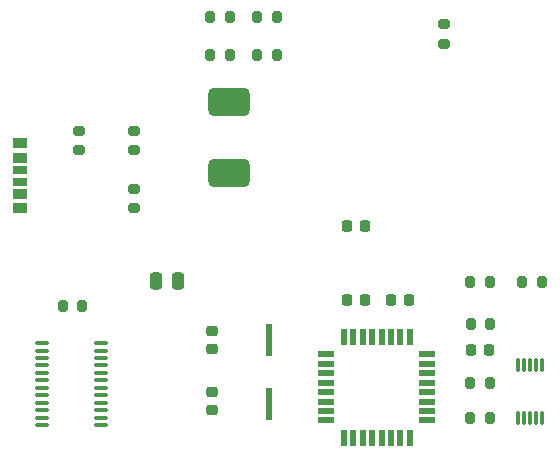
<source format=gbr>
G04 #@! TF.GenerationSoftware,KiCad,Pcbnew,9.0.4*
G04 #@! TF.CreationDate,2025-09-12T18:01:42+08:00*
G04 #@! TF.ProjectId,boost-convertor,626f6f73-742d-4636-9f6e-766572746f72,rev?*
G04 #@! TF.SameCoordinates,Original*
G04 #@! TF.FileFunction,Paste,Top*
G04 #@! TF.FilePolarity,Positive*
%FSLAX46Y46*%
G04 Gerber Fmt 4.6, Leading zero omitted, Abs format (unit mm)*
G04 Created by KiCad (PCBNEW 9.0.4) date 2025-09-12 18:01:42*
%MOMM*%
%LPD*%
G01*
G04 APERTURE LIST*
G04 Aperture macros list*
%AMRoundRect*
0 Rectangle with rounded corners*
0 $1 Rounding radius*
0 $2 $3 $4 $5 $6 $7 $8 $9 X,Y pos of 4 corners*
0 Add a 4 corners polygon primitive as box body*
4,1,4,$2,$3,$4,$5,$6,$7,$8,$9,$2,$3,0*
0 Add four circle primitives for the rounded corners*
1,1,$1+$1,$2,$3*
1,1,$1+$1,$4,$5*
1,1,$1+$1,$6,$7*
1,1,$1+$1,$8,$9*
0 Add four rect primitives between the rounded corners*
20,1,$1+$1,$2,$3,$4,$5,0*
20,1,$1+$1,$4,$5,$6,$7,0*
20,1,$1+$1,$6,$7,$8,$9,0*
20,1,$1+$1,$8,$9,$2,$3,0*%
G04 Aperture macros list end*
%ADD10R,1.200000X0.920000*%
%ADD11R,1.200000X0.820000*%
%ADD12R,1.200000X0.720000*%
%ADD13RoundRect,0.033750X0.541250X0.101250X-0.541250X0.101250X-0.541250X-0.101250X0.541250X-0.101250X0*%
%ADD14O,0.299999X1.350000*%
%ADD15R,0.507200X1.416799*%
%ADD16R,1.416799X0.507200*%
%ADD17RoundRect,0.225000X-0.250000X0.225000X-0.250000X-0.225000X0.250000X-0.225000X0.250000X0.225000X0*%
%ADD18RoundRect,0.225000X-0.225000X-0.250000X0.225000X-0.250000X0.225000X0.250000X-0.225000X0.250000X0*%
%ADD19RoundRect,0.200000X-0.200000X-0.275000X0.200000X-0.275000X0.200000X0.275000X-0.200000X0.275000X0*%
%ADD20RoundRect,0.200000X-0.275000X0.200000X-0.275000X-0.200000X0.275000X-0.200000X0.275000X0.200000X0*%
%ADD21RoundRect,0.250000X-0.250000X-0.475000X0.250000X-0.475000X0.250000X0.475000X-0.250000X0.475000X0*%
%ADD22RoundRect,0.200000X0.200000X0.275000X-0.200000X0.275000X-0.200000X-0.275000X0.200000X-0.275000X0*%
%ADD23RoundRect,0.225000X0.225000X0.250000X-0.225000X0.250000X-0.225000X-0.250000X0.225000X-0.250000X0*%
%ADD24RoundRect,0.419642X-1.330358X0.755358X-1.330358X-0.755358X1.330358X-0.755358X1.330358X0.755358X0*%
%ADD25R,0.500000X2.800000*%
%ADD26RoundRect,0.200000X0.275000X-0.200000X0.275000X0.200000X-0.275000X0.200000X-0.275000X-0.200000X0*%
G04 APERTURE END LIST*
D10*
X94359200Y-62750000D03*
D11*
X94359200Y-63980000D03*
D12*
X94359200Y-65999999D03*
D10*
X94359200Y-68250000D03*
D11*
X94359200Y-67020000D03*
D12*
X94359200Y-65000001D03*
D13*
X96210000Y-86585000D03*
X96210000Y-85955000D03*
X96210000Y-85325000D03*
X96210000Y-84695000D03*
X96210000Y-84065000D03*
X96210000Y-83435000D03*
X96210000Y-82805000D03*
X96210000Y-82175000D03*
X96210000Y-81545000D03*
X96210000Y-80915000D03*
X96210000Y-80285000D03*
X96210000Y-79655000D03*
X101210000Y-79655000D03*
X101210000Y-80285000D03*
X101210000Y-80915000D03*
X101210000Y-81545000D03*
X101210000Y-82175000D03*
X101210000Y-82805000D03*
X101210000Y-83435000D03*
X101210000Y-84065000D03*
X101210000Y-84695000D03*
X101210000Y-85325000D03*
X101210000Y-85955000D03*
X101210000Y-86585000D03*
D14*
X138500001Y-81525001D03*
X138000002Y-81525001D03*
X137500000Y-81525001D03*
X137000001Y-81525001D03*
X136499999Y-81525001D03*
X136499999Y-85975002D03*
X137000001Y-85975002D03*
X137500000Y-85975002D03*
X138000002Y-85975002D03*
X138500001Y-85975002D03*
D15*
X127335598Y-79135599D03*
X126535600Y-79135599D03*
X125735599Y-79135599D03*
X124935598Y-79135599D03*
X124135600Y-79135599D03*
X123335599Y-79135599D03*
X122535600Y-79135599D03*
X121735600Y-79135599D03*
D16*
X120271198Y-80600001D03*
X120271198Y-81399999D03*
X120271198Y-82200000D03*
X120271198Y-83000001D03*
X120271198Y-83799999D03*
X120271198Y-84600000D03*
X120271198Y-85399999D03*
X120271198Y-86199999D03*
D15*
X121735600Y-87664401D03*
X122535598Y-87664401D03*
X123335599Y-87664401D03*
X124135600Y-87664401D03*
X124935598Y-87664401D03*
X125735599Y-87664401D03*
X126535598Y-87664401D03*
X127335598Y-87664401D03*
D16*
X128800000Y-86199999D03*
X128800000Y-85400001D03*
X128800000Y-84600000D03*
X128800000Y-83799999D03*
X128800000Y-83000001D03*
X128800000Y-82200000D03*
X128800000Y-81400001D03*
X128800000Y-80600001D03*
D17*
X110600000Y-83800000D03*
X110600000Y-85350000D03*
D18*
X121975000Y-76000000D03*
X123525000Y-76000000D03*
D17*
X110600000Y-78625000D03*
X110600000Y-80175000D03*
D19*
X110425000Y-52000000D03*
X112075000Y-52000000D03*
D20*
X99300000Y-61675000D03*
X99300000Y-63325000D03*
D19*
X114425000Y-55250000D03*
X116075000Y-55250000D03*
D21*
X105800000Y-74375000D03*
X107700000Y-74375000D03*
D19*
X114425000Y-52000000D03*
X116075000Y-52000000D03*
D22*
X134075000Y-86000000D03*
X132425000Y-86000000D03*
D23*
X127275000Y-76000000D03*
X125725000Y-76000000D03*
D22*
X134075000Y-83000000D03*
X132425000Y-83000000D03*
X134075000Y-74500000D03*
X132425000Y-74500000D03*
X99600000Y-76475000D03*
X97950000Y-76475000D03*
D20*
X130250000Y-52675000D03*
X130250000Y-54325000D03*
D24*
X112000000Y-59225000D03*
X112000000Y-65275000D03*
D18*
X121975000Y-69750000D03*
X123525000Y-69750000D03*
D20*
X104000000Y-61675000D03*
X104000000Y-63325000D03*
D19*
X136850000Y-74500000D03*
X138500000Y-74500000D03*
D25*
X115400000Y-79400000D03*
X115400000Y-84800000D03*
D19*
X110425000Y-55250000D03*
X112075000Y-55250000D03*
D26*
X104000000Y-68225000D03*
X104000000Y-66575000D03*
D22*
X134150000Y-78000000D03*
X132500000Y-78000000D03*
D18*
X132475000Y-80250000D03*
X134025000Y-80250000D03*
M02*

</source>
